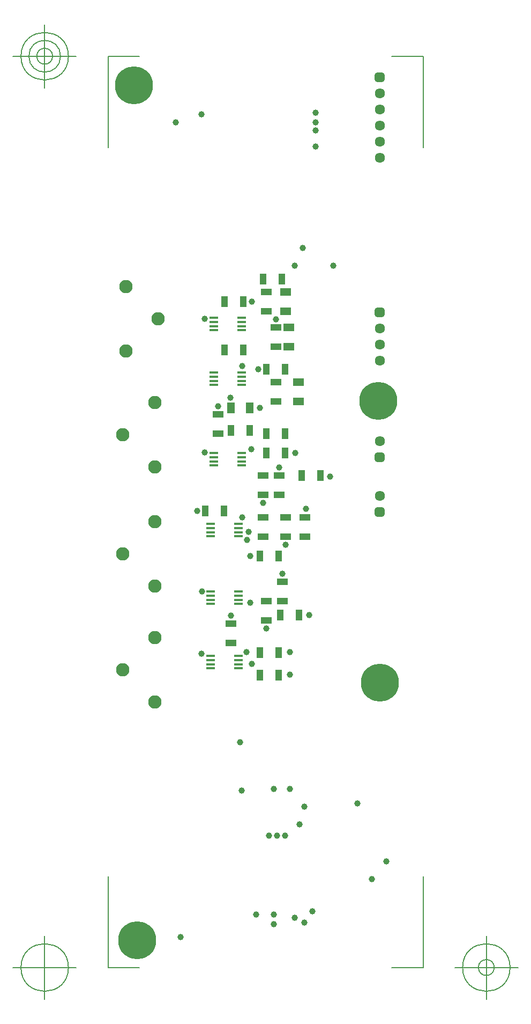
<source format=gbr>
G04 Generated by Ultiboard 14.1 *
%FSLAX34Y34*%
%MOMM*%

%ADD10C,0.0001*%
%ADD11C,0.1270*%
%ADD12C,1.0000*%
%ADD13R,1.4000X0.4500*%
%ADD14R,1.0500X1.7500*%
%ADD15R,1.7500X1.0500*%
%ADD16R,1.1500X1.8000*%
%ADD17R,1.8000X1.1500*%
%ADD18R,0.5291X0.5291*%
%ADD19C,0.9949*%
%ADD20C,1.6088*%
%ADD21C,2.1168*%
%ADD22C,6.0000*%


G04 ColorRGB 9900CC for the following layer *
%LNSolder Mask Bottom*%
%LPD*%
G54D10*
G54D11*
X124460Y-312420D02*
X124460Y-168656D01*
X124460Y-312420D02*
X174244Y-312420D01*
X622300Y-312420D02*
X572516Y-312420D01*
X622300Y-312420D02*
X622300Y-168656D01*
X622300Y1125220D02*
X622300Y981456D01*
X622300Y1125220D02*
X572516Y1125220D01*
X124460Y1125220D02*
X174244Y1125220D01*
X124460Y1125220D02*
X124460Y981456D01*
X74460Y-312420D02*
X-25540Y-312420D01*
X24460Y-362420D02*
X24460Y-262420D01*
X-13040Y-312420D02*
G75*
D01*
G02X-13040Y-312420I37500J0*
G01*
X672300Y-312420D02*
X772300Y-312420D01*
X722300Y-362420D02*
X722300Y-262420D01*
X684800Y-312420D02*
G75*
D01*
G02X684800Y-312420I37500J0*
G01*
X709800Y-312420D02*
G75*
D01*
G02X709800Y-312420I12500J0*
G01*
X74460Y1125220D02*
X-25540Y1125220D01*
X24460Y1075220D02*
X24460Y1175220D01*
X-13040Y1125220D02*
G75*
D01*
G02X-13040Y1125220I37500J0*
G01*
X-540Y1125220D02*
G75*
D01*
G02X-540Y1125220I25000J0*
G01*
X11960Y1125220D02*
G75*
D01*
G02X11960Y1125220I12500J0*
G01*
G54D12*
X386080Y-243840D03*
X386080Y-228600D03*
X419100Y-233680D03*
X434340Y-241300D03*
X518160Y-53340D03*
X335280Y-33020D03*
X386080Y-30480D03*
X332740Y43180D03*
X351555Y166605D03*
X271780Y182880D03*
X342900Y185420D03*
X374415Y222485D03*
X318535Y242805D03*
X349015Y263125D03*
X272815Y280905D03*
X399815Y308845D03*
X349015Y336785D03*
X404895Y354565D03*
X343935Y362185D03*
X346475Y374885D03*
X265195Y407905D03*
X336315Y397745D03*
X436880Y411480D03*
X369335Y420605D03*
X394735Y476485D03*
X474980Y462280D03*
X276860Y500380D03*
X350520Y505460D03*
X420135Y499345D03*
X298215Y573005D03*
X364255Y570465D03*
X317500Y586740D03*
X336315Y636505D03*
X361715Y631425D03*
X276860Y711200D03*
X389655Y710165D03*
X351555Y738105D03*
X441960Y243840D03*
X411480Y149860D03*
X411480Y185420D03*
X419100Y795020D03*
X480060Y795020D03*
X238760Y-264160D03*
X563880Y-144780D03*
X452120Y982980D03*
X231140Y1021080D03*
X452120Y1021080D03*
X452120Y1008380D03*
X271780Y1033780D03*
X452120Y1036320D03*
X411480Y-30480D03*
X358140Y-228600D03*
X447040Y-223520D03*
X541020Y-172720D03*
X378460Y-104140D03*
X391160Y-104140D03*
X403860Y-104140D03*
X431800Y822960D03*
X426720Y-86360D03*
X434340Y-58420D03*
G54D13*
X286375Y172395D03*
X286375Y165895D03*
X286375Y159395D03*
X330375Y172395D03*
X330375Y165895D03*
X330375Y159395D03*
X286375Y178895D03*
X330375Y178895D03*
X286375Y267495D03*
X286375Y260995D03*
X330375Y267495D03*
X330375Y260995D03*
X286375Y280495D03*
X286375Y273995D03*
X330375Y273995D03*
X330375Y280495D03*
X286375Y367675D03*
X330375Y367675D03*
X286375Y387175D03*
X286375Y380675D03*
X286375Y374175D03*
X330375Y387175D03*
X330375Y380675D03*
X330375Y374175D03*
X291455Y492435D03*
X291455Y485935D03*
X291455Y479435D03*
X335455Y492435D03*
X335455Y485935D03*
X335455Y479435D03*
X291455Y498935D03*
X335455Y498935D03*
X291455Y606435D03*
X291455Y612935D03*
X335455Y612935D03*
X335455Y606435D03*
X291455Y625935D03*
X291455Y619435D03*
X335455Y625935D03*
X335455Y619435D03*
X291455Y692795D03*
X335455Y692795D03*
X291455Y705795D03*
X291455Y712295D03*
X291455Y699295D03*
X335455Y705795D03*
X335455Y712295D03*
X335455Y699295D03*
G54D14*
X364495Y148825D03*
X394495Y148825D03*
X364495Y184385D03*
X394495Y184385D03*
X364495Y336785D03*
X394495Y336785D03*
X278135Y407905D03*
X308135Y407905D03*
X430535Y463785D03*
X460535Y463785D03*
X374655Y499345D03*
X404655Y499345D03*
X318775Y534905D03*
X348775Y534905D03*
X374655Y529825D03*
X404655Y529825D03*
X374655Y631425D03*
X404655Y631425D03*
X308615Y661905D03*
X338615Y661905D03*
X308615Y738105D03*
X338615Y738105D03*
X369575Y773665D03*
X399575Y773665D03*
X396480Y243840D03*
X426480Y243840D03*
G54D15*
X318535Y199865D03*
X318535Y229865D03*
X374415Y235425D03*
X374415Y265425D03*
X399815Y265905D03*
X399815Y295905D03*
X369335Y367505D03*
X369335Y397505D03*
X404895Y367505D03*
X404895Y397505D03*
X435375Y367505D03*
X435375Y397505D03*
X369335Y433545D03*
X369335Y463545D03*
X394735Y433545D03*
X394735Y463545D03*
X298215Y530065D03*
X298215Y560065D03*
X389655Y580865D03*
X389655Y610865D03*
X389655Y667225D03*
X389655Y697225D03*
X374415Y723105D03*
X374415Y753105D03*
G54D16*
X318775Y570465D03*
X348775Y570465D03*
G54D17*
X425215Y580865D03*
X425215Y610865D03*
X409975Y667225D03*
X409975Y697225D03*
X404895Y723105D03*
X404895Y753105D03*
G54D18*
X553720Y406400D03*
X553720Y492760D03*
X553720Y721360D03*
X553720Y1092200D03*
G54D19*
X551075Y403755D02*
X556365Y403755D01*
X556365Y409045D01*
X551075Y409045D01*
X551075Y403755D01*D02*
X551075Y490115D02*
X556365Y490115D01*
X556365Y495405D01*
X551075Y495405D01*
X551075Y490115D01*D02*
X551075Y718715D02*
X556365Y718715D01*
X556365Y724005D01*
X551075Y724005D01*
X551075Y718715D01*D02*
X551075Y1089555D02*
X556365Y1089555D01*
X556365Y1094845D01*
X551075Y1094845D01*
X551075Y1089555D01*D02*
G54D20*
X553720Y431800D03*
X553720Y518160D03*
X553720Y670560D03*
X553720Y695960D03*
X553720Y645160D03*
X553720Y1066800D03*
X553720Y1041400D03*
X553720Y990600D03*
X553720Y1016000D03*
X553720Y965200D03*
G54D21*
X203200Y711200D03*
X152400Y762000D03*
X152400Y660400D03*
X147320Y528320D03*
X198120Y477520D03*
X198120Y579120D03*
X147320Y340360D03*
X198120Y289560D03*
X198120Y391160D03*
X147320Y157480D03*
X198120Y106680D03*
X198120Y208280D03*
G54D22*
X165100Y1079500D03*
X170180Y-269240D03*
X551180Y581660D03*
X553720Y137160D03*

M02*

</source>
